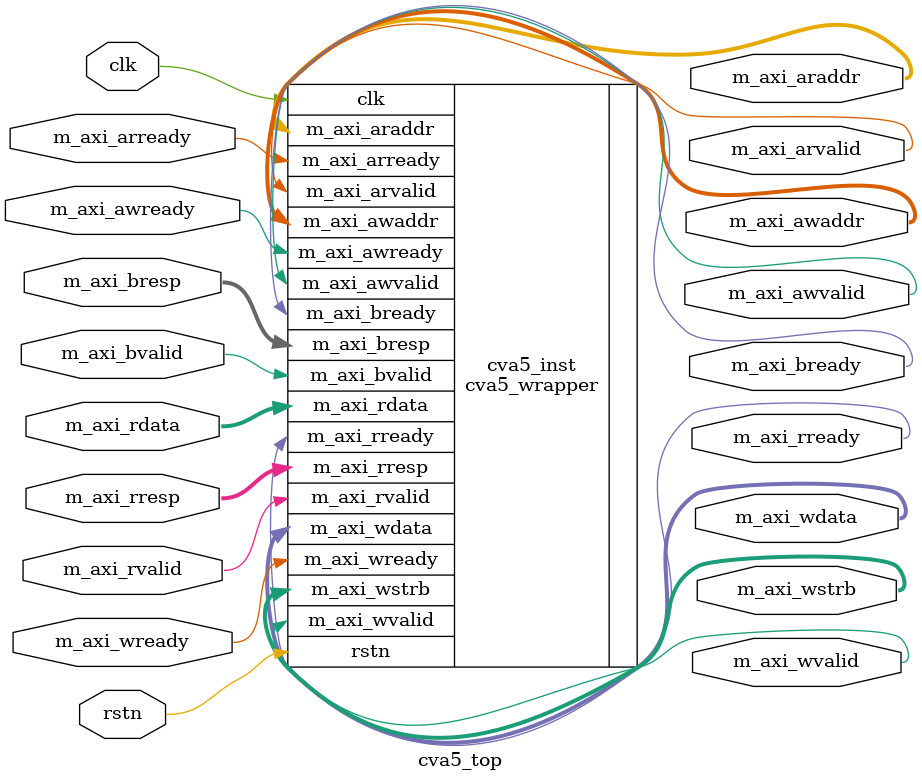
<source format=v>
/*
 * Copyright © 2024 Chris Keilbart
 *
 * Licensed under the Apache License, Version 2.0 (the "License");
 * you may not use this file except in compliance with the License.
 * You may obtain a copy of the License at
 *
 * http://www.apache.org/licenses/LICENSE-2.0
 *
 * Unless required by applicable law or agreed to in writing, software
 * distributed under the License is distributed on an "AS IS" BASIS,
 * WITHOUT WARRANTIES OR CONDITIONS OF ANY KIND, either express or implied.
 * See the License for the specific language governing permissions and
 * limitations under the License.
 *
 * Initial code developed under the supervision of Dr. Lesley Shannon,
 * Reconfigurable Computing Lab, Simon Fraser University.
 *
 * Author(s):
 *             Chris Keilbart <ckeilbar@sfu.ca>
 */

module cva5_top

    #(
        parameter LOCAL_MEM = "mem.mif",
        parameter WORDS = 1024
    )
    (
        input clk,
        input rstn, //Synchronous active low

        //Peripheral AXI4-Lite bus
        //AR
        input m_axi_arready,
        output m_axi_arvalid,
        output [31:0] m_axi_araddr,

        //R
        output m_axi_rready,
        input m_axi_rvalid,
        input [31:0] m_axi_rdata,
        input [1:0] m_axi_rresp,

        //AW
        input m_axi_awready,
        output m_axi_awvalid,
        output [31:0] m_axi_awaddr,

        //W
        input m_axi_wready,
        output m_axi_wvalid,
        output [31:0] m_axi_wdata,
        output [3:0] m_axi_wstrb,

        //write response
        output m_axi_bready,
        input m_axi_bvalid,
        input [1:0] m_axi_bresp
    );

    cva5_wrapper #(.LOCAL_MEM(LOCAL_MEM), .WORDS(WORDS)) cva5_inst(
        .clk(clk),
        .rstn(rstn),
        .m_axi_arready(m_axi_arready),
        .m_axi_arvalid(m_axi_arvalid),
        .m_axi_araddr(m_axi_araddr),
        .m_axi_rready(m_axi_rready),
        .m_axi_rvalid(m_axi_rvalid),
        .m_axi_rdata(m_axi_rdata),
        .m_axi_rresp(m_axi_rresp),
        .m_axi_awready(m_axi_awready),
        .m_axi_awvalid(m_axi_awvalid),
        .m_axi_awaddr(m_axi_awaddr),
        .m_axi_wready(m_axi_wready),
        .m_axi_wvalid(m_axi_wvalid),
        .m_axi_wdata(m_axi_wdata),
        .m_axi_wstrb(m_axi_wstrb),
        .m_axi_bready(m_axi_bready),
        .m_axi_bvalid(m_axi_bvalid),
        .m_axi_bresp(m_axi_bresp)
    );

endmodule

</source>
